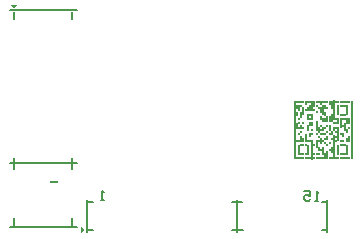
<source format=gbr>
%TF.GenerationSoftware,Altium Limited,Altium Designer,21.1.0 (24)*%
G04 Layer_Color=32896*
%FSLAX45Y45*%
%MOMM*%
%TF.SameCoordinates,A42B3F18-A760-40AD-9EC3-E9591E309F50*%
%TF.FilePolarity,Positive*%
%TF.FileFunction,Legend,Bot*%
%TF.Part,Single*%
G01*
G75*
%TA.AperFunction,NonConductor*%
%ADD24C,0.15000*%
%ADD32C,0.20000*%
%ADD33R,0.15000X5.00000*%
%ADD34R,0.15000X0.55600*%
%ADD35R,0.15000X0.37100*%
%ADD36R,0.15000X0.18500*%
%ADD37R,0.15000X0.18600*%
%ADD38R,0.15000X0.74100*%
%ADD39R,0.15000X0.37100*%
%ADD40R,0.15000X0.18500*%
%ADD41R,0.15000X0.37000*%
%ADD42R,0.15000X0.18600*%
%ADD43R,0.15000X0.92600*%
%ADD44R,0.15000X0.74100*%
%ADD45R,0.15000X0.18600*%
%ADD46R,0.74100X0.18500*%
%ADD47R,0.15000X0.18500*%
%ADD48R,0.15000X0.18500*%
%ADD49R,0.15000X1.66700*%
%ADD50R,0.15000X0.37000*%
%ADD51R,0.15000X0.55600*%
%ADD52R,0.15000X0.92600*%
%ADD53R,0.15000X0.74000*%
%ADD54R,0.15000X0.37100*%
%ADD55R,0.15000X0.92600*%
%ADD56R,0.15000X0.18600*%
%ADD57R,0.15000X0.55500*%
%ADD58R,0.15000X0.37000*%
%ADD59R,0.15000X0.55600*%
%ADD60R,0.15000X1.66700*%
%ADD61R,0.15000X0.37100*%
%ADD62R,0.15000X0.37000*%
%ADD63R,0.15000X1.29700*%
%ADD64R,0.15000X2.03700*%
%ADD65R,0.15000X0.55600*%
G36*
X681000Y50000D02*
X651000Y75000D01*
Y25000D01*
X681000Y50000D01*
D02*
G37*
G36*
X82500Y1925000D02*
X107500Y1955000D01*
X57500D01*
X82500Y1925000D01*
D02*
G37*
D24*
X699000Y35000D02*
X699919Y310100D01*
X701390Y290148D02*
X745639D01*
X1922000Y289000D02*
X1968854D01*
X2731000Y35000D02*
Y310000D01*
X2686004Y50000D02*
X2730252D01*
X2684020Y289815D02*
X2730874D01*
X699146Y50000D02*
X746000D01*
X1968838Y310000D02*
X1969000Y35000D01*
X1969748Y289000D02*
X2013997D01*
X1969146Y50000D02*
X2016000D01*
X1968838Y293489D02*
X1969000Y35000D01*
X1924004Y50000D02*
X1968252D01*
X2656032Y299775D02*
X2629374D01*
X2642703D01*
Y379749D01*
X2656032Y366420D01*
X2536071Y379749D02*
X2589387D01*
Y339762D01*
X2562729Y353091D01*
X2549400D01*
X2536071Y339762D01*
Y313104D01*
X2549400Y299775D01*
X2576058D01*
X2589387Y313104D01*
X841000Y305000D02*
X814342D01*
X827671D01*
Y384974D01*
X841000Y371645D01*
D32*
X44000Y79000D02*
X609000D01*
X80000Y89000D02*
Y153997D01*
X574000Y89000D02*
Y156000D01*
Y617146D02*
Y664000D01*
X80000Y617748D02*
Y661997D01*
X44000Y617000D02*
X609000D01*
X80000Y570000D02*
Y616854D01*
X574000Y572003D02*
Y616252D01*
X65000Y617000D02*
X589000D01*
X80000Y1840000D02*
Y1902000D01*
X44000Y1912000D02*
X609000D01*
X574000Y1842003D02*
Y1902000D01*
D33*
X2937500Y900000D02*
D03*
X2455998D02*
D03*
D34*
X2715300Y677800D02*
D03*
X2678198Y807400D02*
D03*
X2659700Y900000D02*
D03*
X2622698Y1122200D02*
D03*
X2493000Y1085200D02*
D03*
X2567099Y1011100D02*
D03*
X2511598Y825900D02*
D03*
X2919000Y974100D02*
D03*
Y825900D02*
D03*
X2900398Y974100D02*
D03*
X2826398D02*
D03*
X2752298Y992600D02*
D03*
X2733798D02*
D03*
X2585598Y1085200D02*
D03*
D35*
X2696699Y983350D02*
D03*
Y909250D02*
D03*
X2715299Y983350D02*
D03*
Y1094450D02*
D03*
D36*
X2696698Y862950D02*
D03*
X2696699Y659250D02*
D03*
X2678200Y937050D02*
D03*
Y862950D02*
D03*
X2641198D02*
D03*
X2641199Y659250D02*
D03*
X2622698Y770350D02*
D03*
X2881900D02*
D03*
X2548598D02*
D03*
X2530099Y918550D02*
D03*
X2530100Y770350D02*
D03*
X2530099Y659250D02*
D03*
X2493000Y862950D02*
D03*
X2881900Y1029650D02*
D03*
X2863398D02*
D03*
X2604100Y862950D02*
D03*
X2585599Y659250D02*
D03*
X2567099D02*
D03*
X2511600Y770350D02*
D03*
X2511599Y659250D02*
D03*
X2863400Y937050D02*
D03*
X2863398Y770350D02*
D03*
X2844900D02*
D03*
X2844899Y659250D02*
D03*
X2900399D02*
D03*
X2881899D02*
D03*
X2844900Y1029650D02*
D03*
X2844898Y862950D02*
D03*
X2826399Y659250D02*
D03*
X2770799D02*
D03*
X2752300Y862950D02*
D03*
X2733800Y937050D02*
D03*
X2733798Y770350D02*
D03*
X2715299Y918550D02*
D03*
X2715298Y862950D02*
D03*
X2715299Y788850D02*
D03*
X2733798Y1085150D02*
D03*
X2659698D02*
D03*
X2641199Y1048150D02*
D03*
X2585600Y1029650D02*
D03*
D37*
X2696700Y807400D02*
D03*
X2678200Y900000D02*
D03*
X2659698Y807400D02*
D03*
X2567100D02*
D03*
X2492998Y992600D02*
D03*
Y807400D02*
D03*
X2863399Y1103700D02*
D03*
X2604100Y900000D02*
D03*
X2585600Y992600D02*
D03*
Y807400D02*
D03*
X2474498D02*
D03*
X2881900Y992600D02*
D03*
X2863398D02*
D03*
Y807400D02*
D03*
X2844900D02*
D03*
X2807898Y992600D02*
D03*
Y807400D02*
D03*
D38*
X2696699Y724050D02*
D03*
D39*
X2678199Y1001850D02*
D03*
D40*
Y733350D02*
D03*
Y659250D02*
D03*
X2659699Y844450D02*
D03*
Y659250D02*
D03*
X2548599D02*
D03*
X2492999Y918550D02*
D03*
Y659250D02*
D03*
X2622699D02*
D03*
X2474499D02*
D03*
X2863399D02*
D03*
X2918999Y918550D02*
D03*
Y659250D02*
D03*
X2807899Y918550D02*
D03*
Y844450D02*
D03*
Y659250D02*
D03*
X2752299Y788850D02*
D03*
Y733350D02*
D03*
Y659250D02*
D03*
D41*
X2659698Y742600D02*
D03*
X2585599Y946300D02*
D03*
X2770799Y872200D02*
D03*
X2733800Y835200D02*
D03*
X2567099Y1075900D02*
D03*
D42*
X2659699Y696300D02*
D03*
X2548599D02*
D03*
X2622699D02*
D03*
X2863399D02*
D03*
D43*
X2641199Y937000D02*
D03*
X2826399Y1066700D02*
D03*
X2900399D02*
D03*
X2844899Y955600D02*
D03*
X2696699Y1066700D02*
D03*
D44*
X2641200Y779650D02*
D03*
X2770798Y1112950D02*
D03*
X2548598Y835150D02*
D03*
X2881898Y927750D02*
D03*
X2770798Y1001850D02*
D03*
X2733800Y687050D02*
D03*
D45*
X2641199Y696300D02*
D03*
X2881899D02*
D03*
X2530099D02*
D03*
X2511599D02*
D03*
X2844899D02*
D03*
D46*
X417050Y460750D02*
D03*
D47*
X2696699Y1140750D02*
D03*
X2900399D02*
D03*
X2881899D02*
D03*
X2844899D02*
D03*
X2826399D02*
D03*
X2715299D02*
D03*
X2530099Y955550D02*
D03*
X2641199Y1140750D02*
D03*
X2585599D02*
D03*
X2567099D02*
D03*
X2530099D02*
D03*
X2511599D02*
D03*
Y881450D02*
D03*
X2770799Y825950D02*
D03*
X2715299D02*
D03*
D48*
X2918999Y1140750D02*
D03*
X2863399D02*
D03*
X2807899D02*
D03*
X2733799D02*
D03*
X2659699D02*
D03*
X2492999D02*
D03*
Y955550D02*
D03*
X2474499Y1140750D02*
D03*
X2807899Y955550D02*
D03*
Y881450D02*
D03*
X2789299Y955550D02*
D03*
X2733799Y881450D02*
D03*
X2622699Y1066650D02*
D03*
X2548599D02*
D03*
D49*
X2789299D02*
D03*
D50*
X2752299Y1131500D02*
D03*
X2678199D02*
D03*
X2548599D02*
D03*
X2604099Y946300D02*
D03*
D51*
X2567099Y918500D02*
D03*
D52*
Y733300D02*
D03*
X2900399D02*
D03*
X2826399D02*
D03*
D53*
X2530100Y1057400D02*
D03*
D54*
X2530099Y816650D02*
D03*
X2900399Y890750D02*
D03*
Y816650D02*
D03*
D55*
X2604099Y1103700D02*
D03*
X2492999Y733300D02*
D03*
D56*
X2511599Y1103700D02*
D03*
X2844899D02*
D03*
X2881899D02*
D03*
X2641199D02*
D03*
D57*
X2511600Y1029650D02*
D03*
X2474500Y937050D02*
D03*
X2770798Y733350D02*
D03*
X2678200Y1066650D02*
D03*
D58*
X2511599Y927800D02*
D03*
X2585599Y853700D02*
D03*
X2715299Y1038900D02*
D03*
D59*
X2604099Y1011100D02*
D03*
D60*
Y733350D02*
D03*
D61*
X2474499Y1094450D02*
D03*
X2789299Y909250D02*
D03*
D62*
X2474499Y1038900D02*
D03*
X2863399Y853700D02*
D03*
D63*
X2826398Y862950D02*
D03*
D64*
X2789299Y751850D02*
D03*
D65*
X2752299Y918500D02*
D03*
%TF.MD5,f4354b6fb771d48c47c6e9077c6c7e1a*%
M02*

</source>
